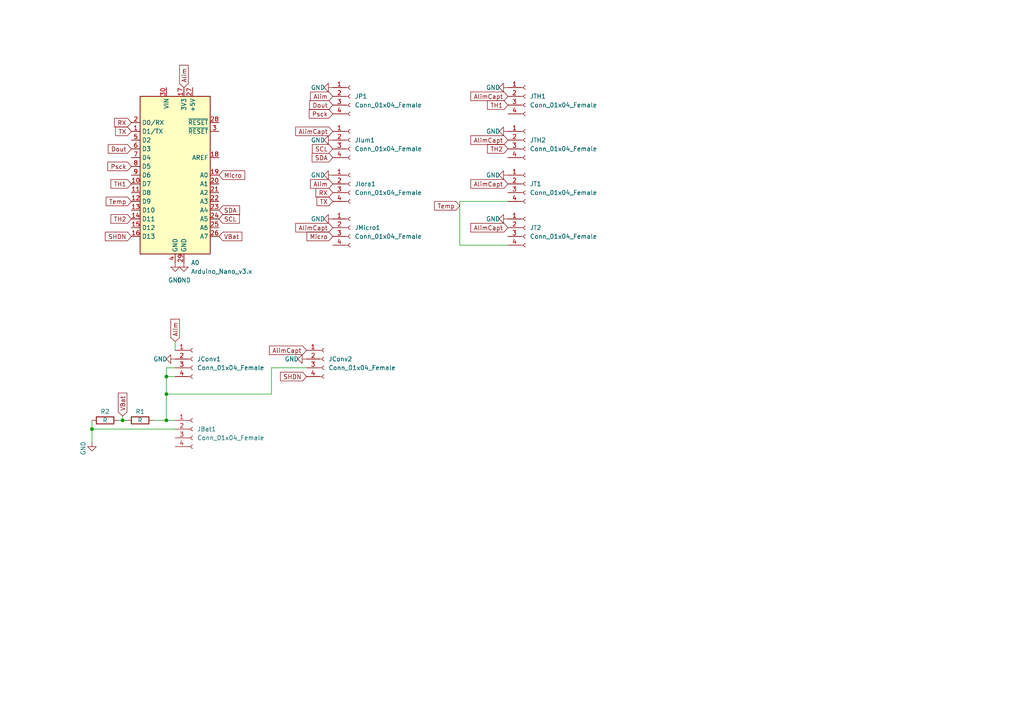
<source format=kicad_sch>
(kicad_sch (version 20211123) (generator eeschema)

  (uuid af7110c0-ce59-480e-ab9f-781da3917bc0)

  (paper "A4")

  (lib_symbols
    (symbol "Connector:Conn_01x04_Female" (pin_names (offset 1.016) hide) (in_bom yes) (on_board yes)
      (property "Reference" "J" (id 0) (at 0 5.08 0)
        (effects (font (size 1.27 1.27)))
      )
      (property "Value" "Conn_01x04_Female" (id 1) (at 0 -7.62 0)
        (effects (font (size 1.27 1.27)))
      )
      (property "Footprint" "" (id 2) (at 0 0 0)
        (effects (font (size 1.27 1.27)) hide)
      )
      (property "Datasheet" "~" (id 3) (at 0 0 0)
        (effects (font (size 1.27 1.27)) hide)
      )
      (property "ki_keywords" "connector" (id 4) (at 0 0 0)
        (effects (font (size 1.27 1.27)) hide)
      )
      (property "ki_description" "Generic connector, single row, 01x04, script generated (kicad-library-utils/schlib/autogen/connector/)" (id 5) (at 0 0 0)
        (effects (font (size 1.27 1.27)) hide)
      )
      (property "ki_fp_filters" "Connector*:*_1x??_*" (id 6) (at 0 0 0)
        (effects (font (size 1.27 1.27)) hide)
      )
      (symbol "Conn_01x04_Female_1_1"
        (arc (start 0 -4.572) (mid -0.508 -5.08) (end 0 -5.588)
          (stroke (width 0.1524) (type default) (color 0 0 0 0))
          (fill (type none))
        )
        (arc (start 0 -2.032) (mid -0.508 -2.54) (end 0 -3.048)
          (stroke (width 0.1524) (type default) (color 0 0 0 0))
          (fill (type none))
        )
        (polyline
          (pts
            (xy -1.27 -5.08)
            (xy -0.508 -5.08)
          )
          (stroke (width 0.1524) (type default) (color 0 0 0 0))
          (fill (type none))
        )
        (polyline
          (pts
            (xy -1.27 -2.54)
            (xy -0.508 -2.54)
          )
          (stroke (width 0.1524) (type default) (color 0 0 0 0))
          (fill (type none))
        )
        (polyline
          (pts
            (xy -1.27 0)
            (xy -0.508 0)
          )
          (stroke (width 0.1524) (type default) (color 0 0 0 0))
          (fill (type none))
        )
        (polyline
          (pts
            (xy -1.27 2.54)
            (xy -0.508 2.54)
          )
          (stroke (width 0.1524) (type default) (color 0 0 0 0))
          (fill (type none))
        )
        (arc (start 0 0.508) (mid -0.508 0) (end 0 -0.508)
          (stroke (width 0.1524) (type default) (color 0 0 0 0))
          (fill (type none))
        )
        (arc (start 0 3.048) (mid -0.508 2.54) (end 0 2.032)
          (stroke (width 0.1524) (type default) (color 0 0 0 0))
          (fill (type none))
        )
        (pin passive line (at -5.08 2.54 0) (length 3.81)
          (name "Pin_1" (effects (font (size 1.27 1.27))))
          (number "1" (effects (font (size 1.27 1.27))))
        )
        (pin passive line (at -5.08 0 0) (length 3.81)
          (name "Pin_2" (effects (font (size 1.27 1.27))))
          (number "2" (effects (font (size 1.27 1.27))))
        )
        (pin passive line (at -5.08 -2.54 0) (length 3.81)
          (name "Pin_3" (effects (font (size 1.27 1.27))))
          (number "3" (effects (font (size 1.27 1.27))))
        )
        (pin passive line (at -5.08 -5.08 0) (length 3.81)
          (name "Pin_4" (effects (font (size 1.27 1.27))))
          (number "4" (effects (font (size 1.27 1.27))))
        )
      )
    )
    (symbol "Device:R" (pin_numbers hide) (pin_names (offset 0)) (in_bom yes) (on_board yes)
      (property "Reference" "R" (id 0) (at 2.032 0 90)
        (effects (font (size 1.27 1.27)))
      )
      (property "Value" "R" (id 1) (at 0 0 90)
        (effects (font (size 1.27 1.27)))
      )
      (property "Footprint" "" (id 2) (at -1.778 0 90)
        (effects (font (size 1.27 1.27)) hide)
      )
      (property "Datasheet" "~" (id 3) (at 0 0 0)
        (effects (font (size 1.27 1.27)) hide)
      )
      (property "ki_keywords" "R res resistor" (id 4) (at 0 0 0)
        (effects (font (size 1.27 1.27)) hide)
      )
      (property "ki_description" "Resistor" (id 5) (at 0 0 0)
        (effects (font (size 1.27 1.27)) hide)
      )
      (property "ki_fp_filters" "R_*" (id 6) (at 0 0 0)
        (effects (font (size 1.27 1.27)) hide)
      )
      (symbol "R_0_1"
        (rectangle (start -1.016 -2.54) (end 1.016 2.54)
          (stroke (width 0.254) (type default) (color 0 0 0 0))
          (fill (type none))
        )
      )
      (symbol "R_1_1"
        (pin passive line (at 0 3.81 270) (length 1.27)
          (name "~" (effects (font (size 1.27 1.27))))
          (number "1" (effects (font (size 1.27 1.27))))
        )
        (pin passive line (at 0 -3.81 90) (length 1.27)
          (name "~" (effects (font (size 1.27 1.27))))
          (number "2" (effects (font (size 1.27 1.27))))
        )
      )
    )
    (symbol "MCU_Module:Arduino_Nano_v3.x" (in_bom yes) (on_board yes)
      (property "Reference" "A" (id 0) (at -10.16 23.495 0)
        (effects (font (size 1.27 1.27)) (justify left bottom))
      )
      (property "Value" "Arduino_Nano_v3.x" (id 1) (at 5.08 -24.13 0)
        (effects (font (size 1.27 1.27)) (justify left top))
      )
      (property "Footprint" "Module:Arduino_Nano" (id 2) (at 0 0 0)
        (effects (font (size 1.27 1.27) italic) hide)
      )
      (property "Datasheet" "http://www.mouser.com/pdfdocs/Gravitech_Arduino_Nano3_0.pdf" (id 3) (at 0 0 0)
        (effects (font (size 1.27 1.27)) hide)
      )
      (property "ki_keywords" "Arduino nano microcontroller module USB" (id 4) (at 0 0 0)
        (effects (font (size 1.27 1.27)) hide)
      )
      (property "ki_description" "Arduino Nano v3.x" (id 5) (at 0 0 0)
        (effects (font (size 1.27 1.27)) hide)
      )
      (property "ki_fp_filters" "Arduino*Nano*" (id 6) (at 0 0 0)
        (effects (font (size 1.27 1.27)) hide)
      )
      (symbol "Arduino_Nano_v3.x_0_1"
        (rectangle (start -10.16 22.86) (end 10.16 -22.86)
          (stroke (width 0.254) (type default) (color 0 0 0 0))
          (fill (type background))
        )
      )
      (symbol "Arduino_Nano_v3.x_1_1"
        (pin bidirectional line (at -12.7 12.7 0) (length 2.54)
          (name "D1/TX" (effects (font (size 1.27 1.27))))
          (number "1" (effects (font (size 1.27 1.27))))
        )
        (pin bidirectional line (at -12.7 -2.54 0) (length 2.54)
          (name "D7" (effects (font (size 1.27 1.27))))
          (number "10" (effects (font (size 1.27 1.27))))
        )
        (pin bidirectional line (at -12.7 -5.08 0) (length 2.54)
          (name "D8" (effects (font (size 1.27 1.27))))
          (number "11" (effects (font (size 1.27 1.27))))
        )
        (pin bidirectional line (at -12.7 -7.62 0) (length 2.54)
          (name "D9" (effects (font (size 1.27 1.27))))
          (number "12" (effects (font (size 1.27 1.27))))
        )
        (pin bidirectional line (at -12.7 -10.16 0) (length 2.54)
          (name "D10" (effects (font (size 1.27 1.27))))
          (number "13" (effects (font (size 1.27 1.27))))
        )
        (pin bidirectional line (at -12.7 -12.7 0) (length 2.54)
          (name "D11" (effects (font (size 1.27 1.27))))
          (number "14" (effects (font (size 1.27 1.27))))
        )
        (pin bidirectional line (at -12.7 -15.24 0) (length 2.54)
          (name "D12" (effects (font (size 1.27 1.27))))
          (number "15" (effects (font (size 1.27 1.27))))
        )
        (pin bidirectional line (at -12.7 -17.78 0) (length 2.54)
          (name "D13" (effects (font (size 1.27 1.27))))
          (number "16" (effects (font (size 1.27 1.27))))
        )
        (pin power_out line (at 2.54 25.4 270) (length 2.54)
          (name "3V3" (effects (font (size 1.27 1.27))))
          (number "17" (effects (font (size 1.27 1.27))))
        )
        (pin input line (at 12.7 5.08 180) (length 2.54)
          (name "AREF" (effects (font (size 1.27 1.27))))
          (number "18" (effects (font (size 1.27 1.27))))
        )
        (pin bidirectional line (at 12.7 0 180) (length 2.54)
          (name "A0" (effects (font (size 1.27 1.27))))
          (number "19" (effects (font (size 1.27 1.27))))
        )
        (pin bidirectional line (at -12.7 15.24 0) (length 2.54)
          (name "D0/RX" (effects (font (size 1.27 1.27))))
          (number "2" (effects (font (size 1.27 1.27))))
        )
        (pin bidirectional line (at 12.7 -2.54 180) (length 2.54)
          (name "A1" (effects (font (size 1.27 1.27))))
          (number "20" (effects (font (size 1.27 1.27))))
        )
        (pin bidirectional line (at 12.7 -5.08 180) (length 2.54)
          (name "A2" (effects (font (size 1.27 1.27))))
          (number "21" (effects (font (size 1.27 1.27))))
        )
        (pin bidirectional line (at 12.7 -7.62 180) (length 2.54)
          (name "A3" (effects (font (size 1.27 1.27))))
          (number "22" (effects (font (size 1.27 1.27))))
        )
        (pin bidirectional line (at 12.7 -10.16 180) (length 2.54)
          (name "A4" (effects (font (size 1.27 1.27))))
          (number "23" (effects (font (size 1.27 1.27))))
        )
        (pin bidirectional line (at 12.7 -12.7 180) (length 2.54)
          (name "A5" (effects (font (size 1.27 1.27))))
          (number "24" (effects (font (size 1.27 1.27))))
        )
        (pin bidirectional line (at 12.7 -15.24 180) (length 2.54)
          (name "A6" (effects (font (size 1.27 1.27))))
          (number "25" (effects (font (size 1.27 1.27))))
        )
        (pin bidirectional line (at 12.7 -17.78 180) (length 2.54)
          (name "A7" (effects (font (size 1.27 1.27))))
          (number "26" (effects (font (size 1.27 1.27))))
        )
        (pin power_out line (at 5.08 25.4 270) (length 2.54)
          (name "+5V" (effects (font (size 1.27 1.27))))
          (number "27" (effects (font (size 1.27 1.27))))
        )
        (pin input line (at 12.7 15.24 180) (length 2.54)
          (name "~{RESET}" (effects (font (size 1.27 1.27))))
          (number "28" (effects (font (size 1.27 1.27))))
        )
        (pin power_in line (at 2.54 -25.4 90) (length 2.54)
          (name "GND" (effects (font (size 1.27 1.27))))
          (number "29" (effects (font (size 1.27 1.27))))
        )
        (pin input line (at 12.7 12.7 180) (length 2.54)
          (name "~{RESET}" (effects (font (size 1.27 1.27))))
          (number "3" (effects (font (size 1.27 1.27))))
        )
        (pin power_in line (at -2.54 25.4 270) (length 2.54)
          (name "VIN" (effects (font (size 1.27 1.27))))
          (number "30" (effects (font (size 1.27 1.27))))
        )
        (pin power_in line (at 0 -25.4 90) (length 2.54)
          (name "GND" (effects (font (size 1.27 1.27))))
          (number "4" (effects (font (size 1.27 1.27))))
        )
        (pin bidirectional line (at -12.7 10.16 0) (length 2.54)
          (name "D2" (effects (font (size 1.27 1.27))))
          (number "5" (effects (font (size 1.27 1.27))))
        )
        (pin bidirectional line (at -12.7 7.62 0) (length 2.54)
          (name "D3" (effects (font (size 1.27 1.27))))
          (number "6" (effects (font (size 1.27 1.27))))
        )
        (pin bidirectional line (at -12.7 5.08 0) (length 2.54)
          (name "D4" (effects (font (size 1.27 1.27))))
          (number "7" (effects (font (size 1.27 1.27))))
        )
        (pin bidirectional line (at -12.7 2.54 0) (length 2.54)
          (name "D5" (effects (font (size 1.27 1.27))))
          (number "8" (effects (font (size 1.27 1.27))))
        )
        (pin bidirectional line (at -12.7 0 0) (length 2.54)
          (name "D6" (effects (font (size 1.27 1.27))))
          (number "9" (effects (font (size 1.27 1.27))))
        )
      )
    )
    (symbol "power:GND" (power) (pin_names (offset 0)) (in_bom yes) (on_board yes)
      (property "Reference" "#PWR" (id 0) (at 0 -6.35 0)
        (effects (font (size 1.27 1.27)) hide)
      )
      (property "Value" "GND" (id 1) (at 0 -3.81 0)
        (effects (font (size 1.27 1.27)))
      )
      (property "Footprint" "" (id 2) (at 0 0 0)
        (effects (font (size 1.27 1.27)) hide)
      )
      (property "Datasheet" "" (id 3) (at 0 0 0)
        (effects (font (size 1.27 1.27)) hide)
      )
      (property "ki_keywords" "power-flag" (id 4) (at 0 0 0)
        (effects (font (size 1.27 1.27)) hide)
      )
      (property "ki_description" "Power symbol creates a global label with name \"GND\" , ground" (id 5) (at 0 0 0)
        (effects (font (size 1.27 1.27)) hide)
      )
      (symbol "GND_0_1"
        (polyline
          (pts
            (xy 0 0)
            (xy 0 -1.27)
            (xy 1.27 -1.27)
            (xy 0 -2.54)
            (xy -1.27 -1.27)
            (xy 0 -1.27)
          )
          (stroke (width 0) (type default) (color 0 0 0 0))
          (fill (type none))
        )
      )
      (symbol "GND_1_1"
        (pin power_in line (at 0 0 270) (length 0) hide
          (name "GND" (effects (font (size 1.27 1.27))))
          (number "1" (effects (font (size 1.27 1.27))))
        )
      )
    )
  )

  (junction (at 48.26 121.92) (diameter 0) (color 0 0 0 0)
    (uuid 0115d74f-7c4b-4e52-a977-cacc4631344a)
  )
  (junction (at 26.67 124.46) (diameter 0) (color 0 0 0 0)
    (uuid 301dab7f-7406-4e9d-a9c5-6edbc2153c5b)
  )
  (junction (at 35.56 121.92) (diameter 0) (color 0 0 0 0)
    (uuid 3d133ae4-027a-4157-9102-218da7212ecd)
  )
  (junction (at 48.26 109.22) (diameter 0) (color 0 0 0 0)
    (uuid 82d45779-8f3f-4ad8-95dd-7a80b6b3a6e1)
  )
  (junction (at 48.26 114.3) (diameter 0) (color 0 0 0 0)
    (uuid 88e94836-7233-40fa-8a2b-71ad3b770076)
  )

  (wire (pts (xy 78.74 106.68) (xy 78.74 114.3))
    (stroke (width 0) (type default) (color 0 0 0 0))
    (uuid 060a3873-093e-45b5-8ab6-e39e622401b8)
  )
  (wire (pts (xy 34.29 121.92) (xy 35.56 121.92))
    (stroke (width 0) (type default) (color 0 0 0 0))
    (uuid 0c9b39ac-1617-43bd-a9f4-447b4c1c30c2)
  )
  (wire (pts (xy 48.26 114.3) (xy 48.26 121.92))
    (stroke (width 0) (type default) (color 0 0 0 0))
    (uuid 10224bd6-0d66-4fa6-8b96-266651105947)
  )
  (wire (pts (xy 26.67 124.46) (xy 26.67 128.27))
    (stroke (width 0) (type default) (color 0 0 0 0))
    (uuid 318edb58-7d62-44b8-8c00-a2b301cffb42)
  )
  (wire (pts (xy 26.67 121.92) (xy 26.67 124.46))
    (stroke (width 0) (type default) (color 0 0 0 0))
    (uuid 4102fb12-1022-41d2-8f8d-6148a2926482)
  )
  (wire (pts (xy 133.35 71.12) (xy 147.32 71.12))
    (stroke (width 0) (type default) (color 0 0 0 0))
    (uuid 5877314f-e6b3-4734-9a45-b10fd6fb8e23)
  )
  (wire (pts (xy 50.8 106.68) (xy 48.26 106.68))
    (stroke (width 0) (type default) (color 0 0 0 0))
    (uuid 5fd995f2-0dc4-4037-9f79-9b387088e79b)
  )
  (wire (pts (xy 48.26 114.3) (xy 78.74 114.3))
    (stroke (width 0) (type default) (color 0 0 0 0))
    (uuid 93d29e29-5a65-4d1e-a3e1-72fb887c3020)
  )
  (wire (pts (xy 133.35 58.42) (xy 133.35 71.12))
    (stroke (width 0) (type default) (color 0 0 0 0))
    (uuid 940d235b-eae4-4608-a45c-e7898c50302d)
  )
  (wire (pts (xy 48.26 109.22) (xy 48.26 114.3))
    (stroke (width 0) (type default) (color 0 0 0 0))
    (uuid 977c6648-8524-4fd7-8493-45e092c909f5)
  )
  (wire (pts (xy 147.32 58.42) (xy 133.35 58.42))
    (stroke (width 0) (type default) (color 0 0 0 0))
    (uuid 990b77aa-cc69-4fbb-9bb5-1b10b598cb90)
  )
  (wire (pts (xy 44.45 121.92) (xy 48.26 121.92))
    (stroke (width 0) (type default) (color 0 0 0 0))
    (uuid 998a2423-7d00-4837-8034-c6d9afffc7f1)
  )
  (wire (pts (xy 26.67 124.46) (xy 50.8 124.46))
    (stroke (width 0) (type default) (color 0 0 0 0))
    (uuid a2db084e-13c5-417e-a458-3378e0bc0edf)
  )
  (wire (pts (xy 35.56 121.92) (xy 36.83 121.92))
    (stroke (width 0) (type default) (color 0 0 0 0))
    (uuid a63998ba-c27e-4fbb-8843-a9dc03c57d6a)
  )
  (wire (pts (xy 48.26 109.22) (xy 50.8 109.22))
    (stroke (width 0) (type default) (color 0 0 0 0))
    (uuid b01184b7-44ca-4eb9-87f9-1c9578e08ff3)
  )
  (wire (pts (xy 88.9 106.68) (xy 78.74 106.68))
    (stroke (width 0) (type default) (color 0 0 0 0))
    (uuid b9e49ca5-1eff-4717-9a5d-5bef5f2a7d9e)
  )
  (wire (pts (xy 50.8 99.06) (xy 50.8 101.6))
    (stroke (width 0) (type default) (color 0 0 0 0))
    (uuid ca465658-d7fc-463f-af57-6700038b4d44)
  )
  (wire (pts (xy 48.26 121.92) (xy 50.8 121.92))
    (stroke (width 0) (type default) (color 0 0 0 0))
    (uuid e615ea28-0837-4fb7-9d5f-5564302824b7)
  )
  (wire (pts (xy 35.56 120.65) (xy 35.56 121.92))
    (stroke (width 0) (type default) (color 0 0 0 0))
    (uuid ecd47cc1-b685-4e5b-a07a-7b5ed454b83e)
  )
  (wire (pts (xy 48.26 106.68) (xy 48.26 109.22))
    (stroke (width 0) (type default) (color 0 0 0 0))
    (uuid ef791dc8-e32f-4d25-83d8-63fdac079c5c)
  )

  (global_label "Micro" (shape input) (at 63.5 50.8 0) (fields_autoplaced)
    (effects (font (size 1.27 1.27)) (justify left))
    (uuid 0da1af0e-a97a-4440-a00d-0791dbd113b3)
    (property "Intersheet References" "${INTERSHEET_REFS}" (id 0) (at 70.9931 50.8794 0)
      (effects (font (size 1.27 1.27)) (justify left) hide)
    )
  )
  (global_label "AlimCapt" (shape input) (at 88.9 101.6 180) (fields_autoplaced)
    (effects (font (size 1.27 1.27)) (justify right))
    (uuid 15196816-0303-4736-82f9-e41023aba963)
    (property "Intersheet References" "${INTERSHEET_REFS}" (id 0) (at 78.1412 101.5206 0)
      (effects (font (size 1.27 1.27)) (justify right) hide)
    )
  )
  (global_label "Micro" (shape input) (at 96.52 68.58 180) (fields_autoplaced)
    (effects (font (size 1.27 1.27)) (justify right))
    (uuid 1d8e33ea-7b3c-4448-8d26-884383fe9357)
    (property "Intersheet References" "${INTERSHEET_REFS}" (id 0) (at 89.0269 68.5006 0)
      (effects (font (size 1.27 1.27)) (justify right) hide)
    )
  )
  (global_label "Temp" (shape input) (at 133.35 59.69 180) (fields_autoplaced)
    (effects (font (size 1.27 1.27)) (justify right))
    (uuid 309dff9c-e79d-4dc1-b41e-8582c9ff4eb8)
    (property "Intersheet References" "${INTERSHEET_REFS}" (id 0) (at 126.0383 59.6106 0)
      (effects (font (size 1.27 1.27)) (justify right) hide)
    )
  )
  (global_label "AlimCapt" (shape input) (at 96.52 66.04 180) (fields_autoplaced)
    (effects (font (size 1.27 1.27)) (justify right))
    (uuid 32a7c6ce-8cb4-4020-8cda-1d4ba9fa64da)
    (property "Intersheet References" "${INTERSHEET_REFS}" (id 0) (at 85.7612 65.9606 0)
      (effects (font (size 1.27 1.27)) (justify right) hide)
    )
  )
  (global_label "SDA" (shape input) (at 63.5 60.96 0) (fields_autoplaced)
    (effects (font (size 1.27 1.27)) (justify left))
    (uuid 37e75b6d-a6fc-4f24-b031-09b30e6c5915)
    (property "Intersheet References" "${INTERSHEET_REFS}" (id 0) (at 69.4812 61.0394 0)
      (effects (font (size 1.27 1.27)) (justify left) hide)
    )
  )
  (global_label "RX" (shape input) (at 96.52 55.88 180) (fields_autoplaced)
    (effects (font (size 1.27 1.27)) (justify right))
    (uuid 4503cd95-f7ae-44c9-8269-2975b597497f)
    (property "Intersheet References" "${INTERSHEET_REFS}" (id 0) (at 91.6274 55.8006 0)
      (effects (font (size 1.27 1.27)) (justify right) hide)
    )
  )
  (global_label "SCL" (shape input) (at 63.5 63.5 0) (fields_autoplaced)
    (effects (font (size 1.27 1.27)) (justify left))
    (uuid 45634eca-2fe3-4dcc-bc0c-e5090542b5e3)
    (property "Intersheet References" "${INTERSHEET_REFS}" (id 0) (at 69.4207 63.5794 0)
      (effects (font (size 1.27 1.27)) (justify left) hide)
    )
  )
  (global_label "TH2" (shape input) (at 147.32 43.18 180) (fields_autoplaced)
    (effects (font (size 1.27 1.27)) (justify right))
    (uuid 4debb809-8b35-4834-90bf-22a654d34d61)
    (property "Intersheet References" "${INTERSHEET_REFS}" (id 0) (at 141.3993 43.1006 0)
      (effects (font (size 1.27 1.27)) (justify right) hide)
    )
  )
  (global_label "Alim" (shape input) (at 53.34 25.4 90) (fields_autoplaced)
    (effects (font (size 1.27 1.27)) (justify left))
    (uuid 5637118f-4c69-4e4e-aab9-757c2641f7a2)
    (property "Intersheet References" "${INTERSHEET_REFS}" (id 0) (at 53.2606 18.935 90)
      (effects (font (size 1.27 1.27)) (justify left) hide)
    )
  )
  (global_label "SCL" (shape input) (at 96.52 43.18 180) (fields_autoplaced)
    (effects (font (size 1.27 1.27)) (justify right))
    (uuid 6f4d9609-054e-4c03-8899-7a57ac334bbf)
    (property "Intersheet References" "${INTERSHEET_REFS}" (id 0) (at 90.5993 43.1006 0)
      (effects (font (size 1.27 1.27)) (justify right) hide)
    )
  )
  (global_label "Alim" (shape input) (at 50.8 99.06 90) (fields_autoplaced)
    (effects (font (size 1.27 1.27)) (justify left))
    (uuid 73e27a3d-ed5b-43b9-a654-86435f2a3478)
    (property "Intersheet References" "${INTERSHEET_REFS}" (id 0) (at 50.7206 92.595 90)
      (effects (font (size 1.27 1.27)) (justify left) hide)
    )
  )
  (global_label "Dout" (shape input) (at 96.52 30.48 180) (fields_autoplaced)
    (effects (font (size 1.27 1.27)) (justify right))
    (uuid 79a22bcd-6078-4ca6-983d-5190f1ab0ea7)
    (property "Intersheet References" "${INTERSHEET_REFS}" (id 0) (at 89.8131 30.4006 0)
      (effects (font (size 1.27 1.27)) (justify right) hide)
    )
  )
  (global_label "TX" (shape input) (at 38.1 38.1 180) (fields_autoplaced)
    (effects (font (size 1.27 1.27)) (justify right))
    (uuid 7c26f7a2-02cd-4326-a636-f31df00a254e)
    (property "Intersheet References" "${INTERSHEET_REFS}" (id 0) (at 33.5098 38.0206 0)
      (effects (font (size 1.27 1.27)) (justify right) hide)
    )
  )
  (global_label "AlimCapt" (shape input) (at 147.32 66.04 180) (fields_autoplaced)
    (effects (font (size 1.27 1.27)) (justify right))
    (uuid 7f7b9ddb-fb69-477e-9c7f-b56cc78efa2f)
    (property "Intersheet References" "${INTERSHEET_REFS}" (id 0) (at 136.5612 65.9606 0)
      (effects (font (size 1.27 1.27)) (justify right) hide)
    )
  )
  (global_label "TH2" (shape input) (at 38.1 63.5 180) (fields_autoplaced)
    (effects (font (size 1.27 1.27)) (justify right))
    (uuid 828a9826-00ea-41ea-b444-a3b1eaecd0a1)
    (property "Intersheet References" "${INTERSHEET_REFS}" (id 0) (at 32.1793 63.4206 0)
      (effects (font (size 1.27 1.27)) (justify right) hide)
    )
  )
  (global_label "Psck" (shape input) (at 38.1 48.26 180) (fields_autoplaced)
    (effects (font (size 1.27 1.27)) (justify right))
    (uuid 86facce1-bf0f-4f31-80a6-98966e1a355f)
    (property "Intersheet References" "${INTERSHEET_REFS}" (id 0) (at 31.2721 48.1806 0)
      (effects (font (size 1.27 1.27)) (justify right) hide)
    )
  )
  (global_label "Alim" (shape input) (at 96.52 53.34 180) (fields_autoplaced)
    (effects (font (size 1.27 1.27)) (justify right))
    (uuid 9071bc18-da4e-48f7-b74c-71ac634b7fe8)
    (property "Intersheet References" "${INTERSHEET_REFS}" (id 0) (at 90.055 53.4194 0)
      (effects (font (size 1.27 1.27)) (justify right) hide)
    )
  )
  (global_label "SDA" (shape input) (at 96.52 45.72 180) (fields_autoplaced)
    (effects (font (size 1.27 1.27)) (justify right))
    (uuid 9088aab0-5bf3-4973-87d1-dcde52d7c019)
    (property "Intersheet References" "${INTERSHEET_REFS}" (id 0) (at 90.5388 45.6406 0)
      (effects (font (size 1.27 1.27)) (justify right) hide)
    )
  )
  (global_label "SHDN" (shape input) (at 88.9 109.22 180) (fields_autoplaced)
    (effects (font (size 1.27 1.27)) (justify right))
    (uuid 9cc6eeda-3506-4dbb-8443-2a2697ac530a)
    (property "Intersheet References" "${INTERSHEET_REFS}" (id 0) (at 81.3464 109.1406 0)
      (effects (font (size 1.27 1.27)) (justify right) hide)
    )
  )
  (global_label "Dout" (shape input) (at 38.1 43.18 180) (fields_autoplaced)
    (effects (font (size 1.27 1.27)) (justify right))
    (uuid a24e4082-a2d0-4864-b852-01a80ab6f703)
    (property "Intersheet References" "${INTERSHEET_REFS}" (id 0) (at 31.3931 43.1006 0)
      (effects (font (size 1.27 1.27)) (justify right) hide)
    )
  )
  (global_label "AlimCapt" (shape input) (at 147.32 27.94 180) (fields_autoplaced)
    (effects (font (size 1.27 1.27)) (justify right))
    (uuid a316f4b7-1be6-4406-a5f3-754d5d037fbd)
    (property "Intersheet References" "${INTERSHEET_REFS}" (id 0) (at 136.5612 27.8606 0)
      (effects (font (size 1.27 1.27)) (justify right) hide)
    )
  )
  (global_label "AlimCapt" (shape input) (at 147.32 40.64 180) (fields_autoplaced)
    (effects (font (size 1.27 1.27)) (justify right))
    (uuid a3709f5d-2df7-4e24-8ddc-670ce7d5ae27)
    (property "Intersheet References" "${INTERSHEET_REFS}" (id 0) (at 136.5612 40.5606 0)
      (effects (font (size 1.27 1.27)) (justify right) hide)
    )
  )
  (global_label "TX" (shape input) (at 96.52 58.42 180) (fields_autoplaced)
    (effects (font (size 1.27 1.27)) (justify right))
    (uuid ab4c5cad-49d3-4036-84c2-fdc1019896ae)
    (property "Intersheet References" "${INTERSHEET_REFS}" (id 0) (at 91.9298 58.3406 0)
      (effects (font (size 1.27 1.27)) (justify right) hide)
    )
  )
  (global_label "AlimCapt" (shape input) (at 147.32 53.34 180) (fields_autoplaced)
    (effects (font (size 1.27 1.27)) (justify right))
    (uuid b0b20ba3-2ecf-43b0-9366-7f734fdb8ba5)
    (property "Intersheet References" "${INTERSHEET_REFS}" (id 0) (at 136.5612 53.2606 0)
      (effects (font (size 1.27 1.27)) (justify right) hide)
    )
  )
  (global_label "RX" (shape input) (at 38.1 35.56 180) (fields_autoplaced)
    (effects (font (size 1.27 1.27)) (justify right))
    (uuid b53391fa-8806-4788-a8a4-8ef83caa69c8)
    (property "Intersheet References" "${INTERSHEET_REFS}" (id 0) (at 33.2074 35.4806 0)
      (effects (font (size 1.27 1.27)) (justify right) hide)
    )
  )
  (global_label "SHDN" (shape input) (at 38.1 68.58 180) (fields_autoplaced)
    (effects (font (size 1.27 1.27)) (justify right))
    (uuid b803c517-e886-4243-a9d1-2e1034bb606e)
    (property "Intersheet References" "${INTERSHEET_REFS}" (id 0) (at 30.5464 68.5006 0)
      (effects (font (size 1.27 1.27)) (justify right) hide)
    )
  )
  (global_label "Temp" (shape input) (at 38.1 58.42 180) (fields_autoplaced)
    (effects (font (size 1.27 1.27)) (justify right))
    (uuid bc5c24bf-e5ab-4e19-bd44-f64b4b421add)
    (property "Intersheet References" "${INTERSHEET_REFS}" (id 0) (at 30.7883 58.3406 0)
      (effects (font (size 1.27 1.27)) (justify right) hide)
    )
  )
  (global_label "Psck" (shape input) (at 96.52 33.02 180) (fields_autoplaced)
    (effects (font (size 1.27 1.27)) (justify right))
    (uuid cd1925d0-da4d-4bf4-ac8d-d3d5fc314a30)
    (property "Intersheet References" "${INTERSHEET_REFS}" (id 0) (at 89.6921 32.9406 0)
      (effects (font (size 1.27 1.27)) (justify right) hide)
    )
  )
  (global_label "VBat" (shape input) (at 63.5 68.58 0) (fields_autoplaced)
    (effects (font (size 1.27 1.27)) (justify left))
    (uuid d3c685d9-633f-4f70-888d-eaddd2ae34e1)
    (property "Intersheet References" "${INTERSHEET_REFS}" (id 0) (at 70.1464 68.6594 0)
      (effects (font (size 1.27 1.27)) (justify left) hide)
    )
  )
  (global_label "TH1" (shape input) (at 147.32 30.48 180) (fields_autoplaced)
    (effects (font (size 1.27 1.27)) (justify right))
    (uuid d58b18b2-9d04-450b-aedc-79fc1cf11209)
    (property "Intersheet References" "${INTERSHEET_REFS}" (id 0) (at 141.3993 30.4006 0)
      (effects (font (size 1.27 1.27)) (justify right) hide)
    )
  )
  (global_label "AlimCapt" (shape input) (at 96.52 38.1 180) (fields_autoplaced)
    (effects (font (size 1.27 1.27)) (justify right))
    (uuid e2f075ce-97c1-4f78-8b02-7a48c21de098)
    (property "Intersheet References" "${INTERSHEET_REFS}" (id 0) (at 85.7612 38.0206 0)
      (effects (font (size 1.27 1.27)) (justify right) hide)
    )
  )
  (global_label "VBat" (shape input) (at 35.56 120.65 90) (fields_autoplaced)
    (effects (font (size 1.27 1.27)) (justify left))
    (uuid e7d3fdfc-5ffe-4918-93cc-d55a438693d4)
    (property "Intersheet References" "${INTERSHEET_REFS}" (id 0) (at 35.6394 114.0036 90)
      (effects (font (size 1.27 1.27)) (justify left) hide)
    )
  )
  (global_label "Alim" (shape input) (at 96.52 27.94 180) (fields_autoplaced)
    (effects (font (size 1.27 1.27)) (justify right))
    (uuid f1db131c-3e0d-4189-9cb8-dfafff04eebd)
    (property "Intersheet References" "${INTERSHEET_REFS}" (id 0) (at 90.055 28.0194 0)
      (effects (font (size 1.27 1.27)) (justify right) hide)
    )
  )
  (global_label "TH1" (shape input) (at 38.1 53.34 180) (fields_autoplaced)
    (effects (font (size 1.27 1.27)) (justify right))
    (uuid fbfccfe1-229a-4577-8a06-2d89464712cf)
    (property "Intersheet References" "${INTERSHEET_REFS}" (id 0) (at 32.1793 53.2606 0)
      (effects (font (size 1.27 1.27)) (justify right) hide)
    )
  )

  (symbol (lib_id "Connector:Conn_01x04_Female") (at 101.6 66.04 0) (unit 1)
    (in_bom yes) (on_board yes) (fields_autoplaced)
    (uuid 05a7646e-0599-42fc-8750-e83a927b320f)
    (property "Reference" "JMicro1" (id 0) (at 102.87 66.0399 0)
      (effects (font (size 1.27 1.27)) (justify left))
    )
    (property "Value" "Conn_01x04_Female" (id 1) (at 102.87 68.5799 0)
      (effects (font (size 1.27 1.27)) (justify left))
    )
    (property "Footprint" "Connector_PinHeader_2.00mm:PinHeader_1x04_P2.00mm_Vertical" (id 2) (at 101.6 66.04 0)
      (effects (font (size 1.27 1.27)) hide)
    )
    (property "Datasheet" "~" (id 3) (at 101.6 66.04 0)
      (effects (font (size 1.27 1.27)) hide)
    )
    (pin "1" (uuid 6ed6767c-ff93-42fd-a90c-8d9f51422136))
    (pin "2" (uuid 640e4144-26ac-46c4-a8d4-b77f19c7037e))
    (pin "3" (uuid b83aacf5-1da5-48ee-a05e-be909275e264))
    (pin "4" (uuid 9e4c8ffc-af10-43dc-9f20-217182335bb3))
  )

  (symbol (lib_id "power:GND") (at 96.52 50.8 270) (unit 1)
    (in_bom yes) (on_board yes)
    (uuid 1a366dfe-2799-4ba0-b3b4-eeb895fabbb9)
    (property "Reference" "#PWR0108" (id 0) (at 90.17 50.8 0)
      (effects (font (size 1.27 1.27)) hide)
    )
    (property "Value" "GND" (id 1) (at 90.17 50.8 90)
      (effects (font (size 1.27 1.27)) (justify left))
    )
    (property "Footprint" "" (id 2) (at 96.52 50.8 0)
      (effects (font (size 1.27 1.27)) hide)
    )
    (property "Datasheet" "" (id 3) (at 96.52 50.8 0)
      (effects (font (size 1.27 1.27)) hide)
    )
    (pin "1" (uuid 5a32551d-0dae-4294-bd73-a8a9c50aac8b))
  )

  (symbol (lib_id "Connector:Conn_01x04_Female") (at 101.6 40.64 0) (unit 1)
    (in_bom yes) (on_board yes) (fields_autoplaced)
    (uuid 26dfa90e-fd85-40ed-a00d-3bba43405d61)
    (property "Reference" "Jlum1" (id 0) (at 102.87 40.6399 0)
      (effects (font (size 1.27 1.27)) (justify left))
    )
    (property "Value" "Conn_01x04_Female" (id 1) (at 102.87 43.1799 0)
      (effects (font (size 1.27 1.27)) (justify left))
    )
    (property "Footprint" "Connector_PinHeader_2.00mm:PinHeader_1x04_P2.00mm_Vertical" (id 2) (at 101.6 40.64 0)
      (effects (font (size 1.27 1.27)) hide)
    )
    (property "Datasheet" "~" (id 3) (at 101.6 40.64 0)
      (effects (font (size 1.27 1.27)) hide)
    )
    (pin "1" (uuid e5461448-7902-453f-ac3d-ef869c103e2a))
    (pin "2" (uuid 296e1ddb-9c88-42d0-b9a7-48e8b596737f))
    (pin "3" (uuid 66eaa9e4-8392-4d8a-b16b-da1c3566089a))
    (pin "4" (uuid 454ab2aa-cbb8-478c-a7d4-de37430e6933))
  )

  (symbol (lib_id "power:GND") (at 147.32 63.5 270) (unit 1)
    (in_bom yes) (on_board yes)
    (uuid 3038f038-ff60-492a-a4f2-c76c58550df0)
    (property "Reference" "#PWR0104" (id 0) (at 140.97 63.5 0)
      (effects (font (size 1.27 1.27)) hide)
    )
    (property "Value" "GND" (id 1) (at 140.97 63.5 90)
      (effects (font (size 1.27 1.27)) (justify left))
    )
    (property "Footprint" "" (id 2) (at 147.32 63.5 0)
      (effects (font (size 1.27 1.27)) hide)
    )
    (property "Datasheet" "" (id 3) (at 147.32 63.5 0)
      (effects (font (size 1.27 1.27)) hide)
    )
    (pin "1" (uuid 33cc533d-ce6f-4725-a406-1468ad6947fd))
  )

  (symbol (lib_id "Device:R") (at 30.48 121.92 90) (unit 1)
    (in_bom yes) (on_board yes)
    (uuid 45a6ec8a-ab44-4e63-ae47-fda1aa34f987)
    (property "Reference" "R2" (id 0) (at 30.48 119.38 90))
    (property "Value" "R" (id 1) (at 30.48 121.92 90))
    (property "Footprint" "Resistor_SMD:R_0603_1608Metric_Pad0.98x0.95mm_HandSolder" (id 2) (at 30.48 123.698 90)
      (effects (font (size 1.27 1.27)) hide)
    )
    (property "Datasheet" "~" (id 3) (at 30.48 121.92 0)
      (effects (font (size 1.27 1.27)) hide)
    )
    (pin "1" (uuid 0bba3994-4700-43c3-99a4-5891af638fff))
    (pin "2" (uuid 0855c978-3fca-4669-8aaf-fce53fe0f407))
  )

  (symbol (lib_id "power:GND") (at 50.8 76.2 0) (unit 1)
    (in_bom yes) (on_board yes) (fields_autoplaced)
    (uuid 4fb67c77-8c78-4fee-990f-c6c765de0ae7)
    (property "Reference" "#PWR0107" (id 0) (at 50.8 82.55 0)
      (effects (font (size 1.27 1.27)) hide)
    )
    (property "Value" "GND" (id 1) (at 50.8 81.28 0))
    (property "Footprint" "" (id 2) (at 50.8 76.2 0)
      (effects (font (size 1.27 1.27)) hide)
    )
    (property "Datasheet" "" (id 3) (at 50.8 76.2 0)
      (effects (font (size 1.27 1.27)) hide)
    )
    (pin "1" (uuid eaaf819d-9c4c-49f5-a5ea-88336d3349c3))
  )

  (symbol (lib_id "power:GND") (at 96.52 25.4 270) (unit 1)
    (in_bom yes) (on_board yes)
    (uuid 5f62431e-ce7f-4129-85ec-26ff2bc6a0d6)
    (property "Reference" "#PWR0109" (id 0) (at 90.17 25.4 0)
      (effects (font (size 1.27 1.27)) hide)
    )
    (property "Value" "GND" (id 1) (at 90.17 25.4 90)
      (effects (font (size 1.27 1.27)) (justify left))
    )
    (property "Footprint" "" (id 2) (at 96.52 25.4 0)
      (effects (font (size 1.27 1.27)) hide)
    )
    (property "Datasheet" "" (id 3) (at 96.52 25.4 0)
      (effects (font (size 1.27 1.27)) hide)
    )
    (pin "1" (uuid d45c8123-e9e4-438e-9c5a-67aa7ae9caaa))
  )

  (symbol (lib_id "power:GND") (at 147.32 50.8 270) (unit 1)
    (in_bom yes) (on_board yes)
    (uuid 621b32b4-ed7e-4b40-905e-032d9649a184)
    (property "Reference" "#PWR0105" (id 0) (at 140.97 50.8 0)
      (effects (font (size 1.27 1.27)) hide)
    )
    (property "Value" "GND" (id 1) (at 140.97 50.8 90)
      (effects (font (size 1.27 1.27)) (justify left))
    )
    (property "Footprint" "" (id 2) (at 147.32 50.8 0)
      (effects (font (size 1.27 1.27)) hide)
    )
    (property "Datasheet" "" (id 3) (at 147.32 50.8 0)
      (effects (font (size 1.27 1.27)) hide)
    )
    (pin "1" (uuid 1ec47395-0ca3-4e28-9285-ce4b1e2162ee))
  )

  (symbol (lib_id "Connector:Conn_01x04_Female") (at 101.6 27.94 0) (unit 1)
    (in_bom yes) (on_board yes) (fields_autoplaced)
    (uuid 67cce458-47aa-4dd9-b853-687b0c03d228)
    (property "Reference" "JP1" (id 0) (at 102.87 27.9399 0)
      (effects (font (size 1.27 1.27)) (justify left))
    )
    (property "Value" "Conn_01x04_Female" (id 1) (at 102.87 30.4799 0)
      (effects (font (size 1.27 1.27)) (justify left))
    )
    (property "Footprint" "Connector_PinHeader_2.00mm:PinHeader_1x04_P2.00mm_Vertical" (id 2) (at 101.6 27.94 0)
      (effects (font (size 1.27 1.27)) hide)
    )
    (property "Datasheet" "~" (id 3) (at 101.6 27.94 0)
      (effects (font (size 1.27 1.27)) hide)
    )
    (pin "1" (uuid 427271eb-0c4c-4dca-a4a0-bc272b794bff))
    (pin "2" (uuid 1f8b92c6-0708-477e-a408-17e8838dd0bc))
    (pin "3" (uuid 222eeaa2-fe5a-4896-8c66-2cc7ed992cbb))
    (pin "4" (uuid a9801351-61a6-46ad-8616-99f22cc1e2dd))
  )

  (symbol (lib_id "Connector:Conn_01x04_Female") (at 152.4 53.34 0) (unit 1)
    (in_bom yes) (on_board yes) (fields_autoplaced)
    (uuid 67fa9dcc-d0f1-4431-8f38-cc2a3527b6cc)
    (property "Reference" "JT1" (id 0) (at 153.67 53.3399 0)
      (effects (font (size 1.27 1.27)) (justify left))
    )
    (property "Value" "Conn_01x04_Female" (id 1) (at 153.67 55.8799 0)
      (effects (font (size 1.27 1.27)) (justify left))
    )
    (property "Footprint" "Connector_PinHeader_2.00mm:PinHeader_1x04_P2.00mm_Vertical" (id 2) (at 152.4 53.34 0)
      (effects (font (size 1.27 1.27)) hide)
    )
    (property "Datasheet" "~" (id 3) (at 152.4 53.34 0)
      (effects (font (size 1.27 1.27)) hide)
    )
    (pin "1" (uuid 844399d9-d275-493b-abb3-69293337892a))
    (pin "2" (uuid 65df3c9f-774a-443d-b004-503c46da22db))
    (pin "3" (uuid 9c0a1e1f-d8fa-46ae-a06d-fcaa0926a691))
    (pin "4" (uuid 7c031666-3501-4133-a670-9661ff9f9ced))
  )

  (symbol (lib_id "Connector:Conn_01x04_Female") (at 152.4 66.04 0) (unit 1)
    (in_bom yes) (on_board yes) (fields_autoplaced)
    (uuid 69e4f786-5dd5-4d0b-ba0f-10f88206a936)
    (property "Reference" "JT2" (id 0) (at 153.67 66.0399 0)
      (effects (font (size 1.27 1.27)) (justify left))
    )
    (property "Value" "Conn_01x04_Female" (id 1) (at 153.67 68.5799 0)
      (effects (font (size 1.27 1.27)) (justify left))
    )
    (property "Footprint" "Connector_PinHeader_2.00mm:PinHeader_1x04_P2.00mm_Vertical" (id 2) (at 152.4 66.04 0)
      (effects (font (size 1.27 1.27)) hide)
    )
    (property "Datasheet" "~" (id 3) (at 152.4 66.04 0)
      (effects (font (size 1.27 1.27)) hide)
    )
    (pin "1" (uuid 7730da95-fc24-40d9-a02a-e3c291e5bed5))
    (pin "2" (uuid e022b03f-4a43-4dd1-9f2a-6d0a094cbdf9))
    (pin "3" (uuid acbbde1f-7aa9-4453-9aef-6fbbc3c1e7e6))
    (pin "4" (uuid 874c322d-d284-4f55-a47c-af4b8abb8cef))
  )

  (symbol (lib_id "Connector:Conn_01x04_Female") (at 55.88 104.14 0) (unit 1)
    (in_bom yes) (on_board yes) (fields_autoplaced)
    (uuid 6abcac8f-32b7-48b4-9b7f-de814c86202a)
    (property "Reference" "JConv1" (id 0) (at 57.15 104.1399 0)
      (effects (font (size 1.27 1.27)) (justify left))
    )
    (property "Value" "Conn_01x04_Female" (id 1) (at 57.15 106.6799 0)
      (effects (font (size 1.27 1.27)) (justify left))
    )
    (property "Footprint" "Connector_PinHeader_2.54mm:PinHeader_1x04_P2.54mm_Vertical" (id 2) (at 55.88 104.14 0)
      (effects (font (size 1.27 1.27)) hide)
    )
    (property "Datasheet" "~" (id 3) (at 55.88 104.14 0)
      (effects (font (size 1.27 1.27)) hide)
    )
    (pin "1" (uuid 3e0b95d5-b41d-472c-8bcf-3a23f8d52f2c))
    (pin "2" (uuid 03602ac1-3f1e-4825-a8c8-7fbca7827954))
    (pin "3" (uuid c9f6a5f9-8275-42d7-9926-db07e038c3d9))
    (pin "4" (uuid 1b86f815-0586-4757-9f56-da62b54a52e5))
  )

  (symbol (lib_id "power:GND") (at 147.32 38.1 270) (unit 1)
    (in_bom yes) (on_board yes)
    (uuid 70412a10-fce3-4eea-b047-bcf88d57e3ea)
    (property "Reference" "#PWR0102" (id 0) (at 140.97 38.1 0)
      (effects (font (size 1.27 1.27)) hide)
    )
    (property "Value" "GND" (id 1) (at 140.97 38.1 90)
      (effects (font (size 1.27 1.27)) (justify left))
    )
    (property "Footprint" "" (id 2) (at 147.32 38.1 0)
      (effects (font (size 1.27 1.27)) hide)
    )
    (property "Datasheet" "" (id 3) (at 147.32 38.1 0)
      (effects (font (size 1.27 1.27)) hide)
    )
    (pin "1" (uuid 0b3c2c91-4d41-42a9-adbb-61b6cb0a01e6))
  )

  (symbol (lib_id "Device:R") (at 40.64 121.92 90) (unit 1)
    (in_bom yes) (on_board yes)
    (uuid 79b09f1c-2cb7-445e-b005-56326712665f)
    (property "Reference" "R1" (id 0) (at 40.64 119.38 90))
    (property "Value" "R" (id 1) (at 40.64 121.92 90))
    (property "Footprint" "Resistor_SMD:R_0603_1608Metric_Pad0.98x0.95mm_HandSolder" (id 2) (at 40.64 123.698 90)
      (effects (font (size 1.27 1.27)) hide)
    )
    (property "Datasheet" "~" (id 3) (at 40.64 121.92 0)
      (effects (font (size 1.27 1.27)) hide)
    )
    (pin "1" (uuid fe39dcc6-a844-4ca7-8c1d-d91cae871eae))
    (pin "2" (uuid a19a510c-0bcd-4d19-b4c3-883fc08deb1a))
  )

  (symbol (lib_id "MCU_Module:Arduino_Nano_v3.x") (at 50.8 50.8 0) (unit 1)
    (in_bom yes) (on_board yes) (fields_autoplaced)
    (uuid 835b925e-6c48-4b64-809f-989f73055bc9)
    (property "Reference" "A0" (id 0) (at 55.3594 76.2 0)
      (effects (font (size 1.27 1.27)) (justify left))
    )
    (property "Value" "Arduino_Nano_v3.x" (id 1) (at 55.3594 78.74 0)
      (effects (font (size 1.27 1.27)) (justify left))
    )
    (property "Footprint" "Module:Arduino_Nano" (id 2) (at 50.8 50.8 0)
      (effects (font (size 1.27 1.27) italic) hide)
    )
    (property "Datasheet" "http://www.mouser.com/pdfdocs/Gravitech_Arduino_Nano3_0.pdf" (id 3) (at 50.8 50.8 0)
      (effects (font (size 1.27 1.27)) hide)
    )
    (pin "1" (uuid cff5e280-ccdd-4f9b-b5eb-fddfe4acba66))
    (pin "10" (uuid 5a26271c-ee70-4c9c-8951-bd2047d0cd46))
    (pin "11" (uuid d1b029cd-efaf-48ef-87e0-2f11a2546e4a))
    (pin "12" (uuid ae61d0b9-3638-47ff-8873-2a2878ebc469))
    (pin "13" (uuid b993cb5a-1d28-4480-9a8e-46937bc52230))
    (pin "14" (uuid d4fa5252-51f5-4645-b693-c8105c211783))
    (pin "15" (uuid 9bd8360c-e2d4-433b-8ca1-1278b0f10646))
    (pin "16" (uuid 2cc96eb4-e2dc-4137-90c8-e7acb8bcf09c))
    (pin "17" (uuid e11ff6b3-25b1-489c-81c5-12ae30febfab))
    (pin "18" (uuid 95ff4583-a27e-4473-b0d2-d12955bca4a1))
    (pin "19" (uuid 536bb71d-a59e-40e7-8fca-a5ae96e6a954))
    (pin "2" (uuid 962e6185-d51b-44cf-8d06-29eb907bd81c))
    (pin "20" (uuid 54bd9931-32f1-4064-8a57-8417244ca1cc))
    (pin "21" (uuid 147d61fa-4133-4c78-adbe-3ae179ccbdf4))
    (pin "22" (uuid 5aea5310-236a-4ff2-acfa-4e5adab0ca9e))
    (pin "23" (uuid 8225ce51-c6f4-47f8-b1f5-57b5923d2fb3))
    (pin "24" (uuid fac0b4cc-199e-466a-8a1f-15fae72028e3))
    (pin "25" (uuid c362b6f5-bd0f-4ea7-96ca-a31db30ca60c))
    (pin "26" (uuid bd3e5801-6f36-4b74-83cd-ad8d68f13b46))
    (pin "27" (uuid 60d53a42-6ede-48f2-b69c-be901592d811))
    (pin "28" (uuid 2ac43820-e796-46e3-a30e-ebfd2288303f))
    (pin "29" (uuid ce0c6e0c-7609-4ae2-a19f-580481ef5cd7))
    (pin "3" (uuid 2f5e347c-9dfc-413e-98f4-af1270e1cbd1))
    (pin "30" (uuid 595bdc12-1da2-493a-ad48-50a2ca81d10b))
    (pin "4" (uuid 3f849e86-4a74-4787-88fe-a3f90d7e5da0))
    (pin "5" (uuid 7e3a6a2a-707e-4425-80cd-dc3af05f64ec))
    (pin "6" (uuid 86a1edc4-5792-4a48-9427-9a4dd659aa89))
    (pin "7" (uuid 1a78a880-f8cb-4569-b8bd-f87e2bc740a9))
    (pin "8" (uuid 70aadd09-ad32-4634-a881-85cb527dbd9f))
    (pin "9" (uuid 213cc183-e25d-4593-bf0d-21da6c0119be))
  )

  (symbol (lib_id "Connector:Conn_01x04_Female") (at 152.4 40.64 0) (unit 1)
    (in_bom yes) (on_board yes) (fields_autoplaced)
    (uuid 83b4a2bc-2795-4b32-bf88-b18a79ecc618)
    (property "Reference" "JTH2" (id 0) (at 153.67 40.6399 0)
      (effects (font (size 1.27 1.27)) (justify left))
    )
    (property "Value" "Conn_01x04_Female" (id 1) (at 153.67 43.1799 0)
      (effects (font (size 1.27 1.27)) (justify left))
    )
    (property "Footprint" "Connector_PinHeader_2.00mm:PinHeader_1x04_P2.00mm_Vertical" (id 2) (at 152.4 40.64 0)
      (effects (font (size 1.27 1.27)) hide)
    )
    (property "Datasheet" "~" (id 3) (at 152.4 40.64 0)
      (effects (font (size 1.27 1.27)) hide)
    )
    (pin "1" (uuid b60da6f5-5b9b-45cc-855a-430fe67fa742))
    (pin "2" (uuid c4115479-7dcc-4fa5-b48e-d8f2924a3217))
    (pin "3" (uuid f23393c8-4d52-4e2f-aa60-37dd50e2d101))
    (pin "4" (uuid 28dee6af-1547-4fd6-8b95-4760bbdc3881))
  )

  (symbol (lib_id "power:GND") (at 96.52 63.5 270) (unit 1)
    (in_bom yes) (on_board yes)
    (uuid 8c47cd5e-c019-4e26-8939-ba361fafe996)
    (property "Reference" "#PWR0111" (id 0) (at 90.17 63.5 0)
      (effects (font (size 1.27 1.27)) hide)
    )
    (property "Value" "GND" (id 1) (at 90.17 63.5 90)
      (effects (font (size 1.27 1.27)) (justify left))
    )
    (property "Footprint" "" (id 2) (at 96.52 63.5 0)
      (effects (font (size 1.27 1.27)) hide)
    )
    (property "Datasheet" "" (id 3) (at 96.52 63.5 0)
      (effects (font (size 1.27 1.27)) hide)
    )
    (pin "1" (uuid 7783822d-2c1c-41e8-9fb3-30aa9e47ca36))
  )

  (symbol (lib_id "Connector:Conn_01x04_Female") (at 101.6 53.34 0) (unit 1)
    (in_bom yes) (on_board yes) (fields_autoplaced)
    (uuid 97dd14b6-46b0-46e4-802f-29feebd885e2)
    (property "Reference" "Jlora1" (id 0) (at 102.87 53.3399 0)
      (effects (font (size 1.27 1.27)) (justify left))
    )
    (property "Value" "Conn_01x04_Female" (id 1) (at 102.87 55.8799 0)
      (effects (font (size 1.27 1.27)) (justify left))
    )
    (property "Footprint" "Connector_PinHeader_2.00mm:PinHeader_1x04_P2.00mm_Vertical" (id 2) (at 101.6 53.34 0)
      (effects (font (size 1.27 1.27)) hide)
    )
    (property "Datasheet" "~" (id 3) (at 101.6 53.34 0)
      (effects (font (size 1.27 1.27)) hide)
    )
    (pin "1" (uuid e801583f-3005-49aa-914c-d95741a0576e))
    (pin "2" (uuid 68162754-58d3-4dbb-b8c9-389796513ba2))
    (pin "3" (uuid 50e1737c-1c51-4a3e-a077-226dcee3e321))
    (pin "4" (uuid 44abb1a5-3efc-476f-b945-9796b30babae))
  )

  (symbol (lib_id "power:GND") (at 88.9 104.14 270) (unit 1)
    (in_bom yes) (on_board yes)
    (uuid b47812f1-838b-47d0-8bd0-688c1adc8ee1)
    (property "Reference" "#PWR0112" (id 0) (at 82.55 104.14 0)
      (effects (font (size 1.27 1.27)) hide)
    )
    (property "Value" "GND" (id 1) (at 82.55 104.14 90)
      (effects (font (size 1.27 1.27)) (justify left))
    )
    (property "Footprint" "" (id 2) (at 88.9 104.14 0)
      (effects (font (size 1.27 1.27)) hide)
    )
    (property "Datasheet" "" (id 3) (at 88.9 104.14 0)
      (effects (font (size 1.27 1.27)) hide)
    )
    (pin "1" (uuid 9835f324-43bc-463f-8ae3-bf578a0e756a))
  )

  (symbol (lib_id "Connector:Conn_01x04_Female") (at 93.98 104.14 0) (unit 1)
    (in_bom yes) (on_board yes) (fields_autoplaced)
    (uuid be5ae754-e9e8-4e28-82c2-2851e45668c9)
    (property "Reference" "JConv2" (id 0) (at 95.25 104.1399 0)
      (effects (font (size 1.27 1.27)) (justify left))
    )
    (property "Value" "Conn_01x04_Female" (id 1) (at 95.25 106.6799 0)
      (effects (font (size 1.27 1.27)) (justify left))
    )
    (property "Footprint" "Connector_PinHeader_2.54mm:PinHeader_1x04_P2.54mm_Vertical" (id 2) (at 93.98 104.14 0)
      (effects (font (size 1.27 1.27)) hide)
    )
    (property "Datasheet" "~" (id 3) (at 93.98 104.14 0)
      (effects (font (size 1.27 1.27)) hide)
    )
    (pin "1" (uuid 5ab8a4f5-a533-4903-9fb1-0f8110fbd8e8))
    (pin "2" (uuid 6765821b-26b7-475b-9fe8-1c452d63193e))
    (pin "3" (uuid 6a79784d-2ea5-4e0b-8186-a87326dc909f))
    (pin "4" (uuid 85f0be19-2e4a-46f4-9b3e-cb60903ae760))
  )

  (symbol (lib_id "power:GND") (at 96.52 40.64 270) (unit 1)
    (in_bom yes) (on_board yes)
    (uuid c71b5bae-9dcb-4aaf-aeb6-d07a234c66c7)
    (property "Reference" "#PWR0110" (id 0) (at 90.17 40.64 0)
      (effects (font (size 1.27 1.27)) hide)
    )
    (property "Value" "GND" (id 1) (at 90.17 40.64 90)
      (effects (font (size 1.27 1.27)) (justify left))
    )
    (property "Footprint" "" (id 2) (at 96.52 40.64 0)
      (effects (font (size 1.27 1.27)) hide)
    )
    (property "Datasheet" "" (id 3) (at 96.52 40.64 0)
      (effects (font (size 1.27 1.27)) hide)
    )
    (pin "1" (uuid ff12fb56-1d2d-491b-9cff-1035190cc205))
  )

  (symbol (lib_id "Connector:Conn_01x04_Female") (at 55.88 124.46 0) (unit 1)
    (in_bom yes) (on_board yes) (fields_autoplaced)
    (uuid d4a2047c-bf04-4b66-919b-c79330d58209)
    (property "Reference" "JBat1" (id 0) (at 57.15 124.4599 0)
      (effects (font (size 1.27 1.27)) (justify left))
    )
    (property "Value" "Conn_01x04_Female" (id 1) (at 57.15 126.9999 0)
      (effects (font (size 1.27 1.27)) (justify left))
    )
    (property "Footprint" "Connector_PinHeader_2.00mm:PinHeader_1x04_P2.00mm_Vertical" (id 2) (at 55.88 124.46 0)
      (effects (font (size 1.27 1.27)) hide)
    )
    (property "Datasheet" "~" (id 3) (at 55.88 124.46 0)
      (effects (font (size 1.27 1.27)) hide)
    )
    (pin "1" (uuid 2fa63f37-cd7b-4ea8-87d4-b076ff828532))
    (pin "2" (uuid d5fc99e6-2416-45b7-8abc-0d5ea8233fbd))
    (pin "3" (uuid 855b7276-414a-4539-9c96-128d6b919dd5))
    (pin "4" (uuid 4a1767f0-b8c3-436c-abdb-19f20da1f760))
  )

  (symbol (lib_id "power:GND") (at 53.34 76.2 0) (unit 1)
    (in_bom yes) (on_board yes) (fields_autoplaced)
    (uuid db502dab-ac51-4277-9702-f7cfa13e5ca6)
    (property "Reference" "#PWR0113" (id 0) (at 53.34 82.55 0)
      (effects (font (size 1.27 1.27)) hide)
    )
    (property "Value" "GND" (id 1) (at 53.34 81.28 0))
    (property "Footprint" "" (id 2) (at 53.34 76.2 0)
      (effects (font (size 1.27 1.27)) hide)
    )
    (property "Datasheet" "" (id 3) (at 53.34 76.2 0)
      (effects (font (size 1.27 1.27)) hide)
    )
    (pin "1" (uuid d8e73ede-be3e-4e86-a019-197ca71cb0d0))
  )

  (symbol (lib_id "power:GND") (at 26.67 128.27 0) (unit 1)
    (in_bom yes) (on_board yes)
    (uuid df565822-7751-4cdf-9459-f29ed5feb135)
    (property "Reference" "#PWR0103" (id 0) (at 26.67 134.62 0)
      (effects (font (size 1.27 1.27)) hide)
    )
    (property "Value" "GND" (id 1) (at 24.13 132.08 90)
      (effects (font (size 1.27 1.27)) (justify left))
    )
    (property "Footprint" "" (id 2) (at 26.67 128.27 0)
      (effects (font (size 1.27 1.27)) hide)
    )
    (property "Datasheet" "" (id 3) (at 26.67 128.27 0)
      (effects (font (size 1.27 1.27)) hide)
    )
    (pin "1" (uuid 9bc5e6d3-fea8-4ba4-b0a0-e778586a007a))
  )

  (symbol (lib_id "power:GND") (at 147.32 25.4 270) (unit 1)
    (in_bom yes) (on_board yes)
    (uuid dffe9492-161e-4d40-998d-a5dbb03109f1)
    (property "Reference" "#PWR0101" (id 0) (at 140.97 25.4 0)
      (effects (font (size 1.27 1.27)) hide)
    )
    (property "Value" "GND" (id 1) (at 140.97 25.4 90)
      (effects (font (size 1.27 1.27)) (justify left))
    )
    (property "Footprint" "" (id 2) (at 147.32 25.4 0)
      (effects (font (size 1.27 1.27)) hide)
    )
    (property "Datasheet" "" (id 3) (at 147.32 25.4 0)
      (effects (font (size 1.27 1.27)) hide)
    )
    (pin "1" (uuid 1f88b031-e788-4ed6-958d-42d4e8b10314))
  )

  (symbol (lib_id "power:GND") (at 50.8 104.14 270) (unit 1)
    (in_bom yes) (on_board yes)
    (uuid e55b85bd-6700-43ea-a2cd-9209877ca135)
    (property "Reference" "#PWR0106" (id 0) (at 44.45 104.14 0)
      (effects (font (size 1.27 1.27)) hide)
    )
    (property "Value" "GND" (id 1) (at 44.45 104.14 90)
      (effects (font (size 1.27 1.27)) (justify left))
    )
    (property "Footprint" "" (id 2) (at 50.8 104.14 0)
      (effects (font (size 1.27 1.27)) hide)
    )
    (property "Datasheet" "" (id 3) (at 50.8 104.14 0)
      (effects (font (size 1.27 1.27)) hide)
    )
    (pin "1" (uuid 565c32e5-2c76-4c53-8152-77d77beb42ba))
  )

  (symbol (lib_id "Connector:Conn_01x04_Female") (at 152.4 27.94 0) (unit 1)
    (in_bom yes) (on_board yes) (fields_autoplaced)
    (uuid eaddfbac-b935-4433-8350-1fa9cd45de7e)
    (property "Reference" "JTH1" (id 0) (at 153.67 27.9399 0)
      (effects (font (size 1.27 1.27)) (justify left))
    )
    (property "Value" "Conn_01x04_Female" (id 1) (at 153.67 30.4799 0)
      (effects (font (size 1.27 1.27)) (justify left))
    )
    (property "Footprint" "Connector_PinHeader_2.00mm:PinHeader_1x04_P2.00mm_Vertical" (id 2) (at 152.4 27.94 0)
      (effects (font (size 1.27 1.27)) hide)
    )
    (property "Datasheet" "~" (id 3) (at 152.4 27.94 0)
      (effects (font (size 1.27 1.27)) hide)
    )
    (pin "1" (uuid da3ddc90-41f8-4b7b-9f80-27459bdb22f2))
    (pin "2" (uuid bfd714a9-b38f-4e0a-85b6-da561cb3e159))
    (pin "3" (uuid 4a4dedb7-0e7d-46a5-acd5-fc89293597fc))
    (pin "4" (uuid 83b87f33-e51d-422f-815e-8f23af298d67))
  )

  (sheet_instances
    (path "/" (page "1"))
  )

  (symbol_instances
    (path "/dffe9492-161e-4d40-998d-a5dbb03109f1"
      (reference "#PWR0101") (unit 1) (value "GND") (footprint "")
    )
    (path "/70412a10-fce3-4eea-b047-bcf88d57e3ea"
      (reference "#PWR0102") (unit 1) (value "GND") (footprint "")
    )
    (path "/df565822-7751-4cdf-9459-f29ed5feb135"
      (reference "#PWR0103") (unit 1) (value "GND") (footprint "")
    )
    (path "/3038f038-ff60-492a-a4f2-c76c58550df0"
      (reference "#PWR0104") (unit 1) (value "GND") (footprint "")
    )
    (path "/621b32b4-ed7e-4b40-905e-032d9649a184"
      (reference "#PWR0105") (unit 1) (value "GND") (footprint "")
    )
    (path "/e55b85bd-6700-43ea-a2cd-9209877ca135"
      (reference "#PWR0106") (unit 1) (value "GND") (footprint "")
    )
    (path "/4fb67c77-8c78-4fee-990f-c6c765de0ae7"
      (reference "#PWR0107") (unit 1) (value "GND") (footprint "")
    )
    (path "/1a366dfe-2799-4ba0-b3b4-eeb895fabbb9"
      (reference "#PWR0108") (unit 1) (value "GND") (footprint "")
    )
    (path "/5f62431e-ce7f-4129-85ec-26ff2bc6a0d6"
      (reference "#PWR0109") (unit 1) (value "GND") (footprint "")
    )
    (path "/c71b5bae-9dcb-4aaf-aeb6-d07a234c66c7"
      (reference "#PWR0110") (unit 1) (value "GND") (footprint "")
    )
    (path "/8c47cd5e-c019-4e26-8939-ba361fafe996"
      (reference "#PWR0111") (unit 1) (value "GND") (footprint "")
    )
    (path "/b47812f1-838b-47d0-8bd0-688c1adc8ee1"
      (reference "#PWR0112") (unit 1) (value "GND") (footprint "")
    )
    (path "/db502dab-ac51-4277-9702-f7cfa13e5ca6"
      (reference "#PWR0113") (unit 1) (value "GND") (footprint "")
    )
    (path "/835b925e-6c48-4b64-809f-989f73055bc9"
      (reference "A0") (unit 1) (value "Arduino_Nano_v3.x") (footprint "Module:Arduino_Nano")
    )
    (path "/d4a2047c-bf04-4b66-919b-c79330d58209"
      (reference "JBat1") (unit 1) (value "Conn_01x04_Female") (footprint "Connector_PinHeader_2.00mm:PinHeader_1x04_P2.00mm_Vertical")
    )
    (path "/6abcac8f-32b7-48b4-9b7f-de814c86202a"
      (reference "JConv1") (unit 1) (value "Conn_01x04_Female") (footprint "Connector_PinHeader_2.54mm:PinHeader_1x04_P2.54mm_Vertical")
    )
    (path "/be5ae754-e9e8-4e28-82c2-2851e45668c9"
      (reference "JConv2") (unit 1) (value "Conn_01x04_Female") (footprint "Connector_PinHeader_2.54mm:PinHeader_1x04_P2.54mm_Vertical")
    )
    (path "/05a7646e-0599-42fc-8750-e83a927b320f"
      (reference "JMicro1") (unit 1) (value "Conn_01x04_Female") (footprint "Connector_PinHeader_2.00mm:PinHeader_1x04_P2.00mm_Vertical")
    )
    (path "/67cce458-47aa-4dd9-b853-687b0c03d228"
      (reference "JP1") (unit 1) (value "Conn_01x04_Female") (footprint "Connector_PinHeader_2.00mm:PinHeader_1x04_P2.00mm_Vertical")
    )
    (path "/67fa9dcc-d0f1-4431-8f38-cc2a3527b6cc"
      (reference "JT1") (unit 1) (value "Conn_01x04_Female") (footprint "Connector_PinHeader_2.00mm:PinHeader_1x04_P2.00mm_Vertical")
    )
    (path "/69e4f786-5dd5-4d0b-ba0f-10f88206a936"
      (reference "JT2") (unit 1) (value "Conn_01x04_Female") (footprint "Connector_PinHeader_2.00mm:PinHeader_1x04_P2.00mm_Vertical")
    )
    (path "/eaddfbac-b935-4433-8350-1fa9cd45de7e"
      (reference "JTH1") (unit 1) (value "Conn_01x04_Female") (footprint "Connector_PinHeader_2.00mm:PinHeader_1x04_P2.00mm_Vertical")
    )
    (path "/83b4a2bc-2795-4b32-bf88-b18a79ecc618"
      (reference "JTH2") (unit 1) (value "Conn_01x04_Female") (footprint "Connector_PinHeader_2.00mm:PinHeader_1x04_P2.00mm_Vertical")
    )
    (path "/97dd14b6-46b0-46e4-802f-29feebd885e2"
      (reference "Jlora1") (unit 1) (value "Conn_01x04_Female") (footprint "Connector_PinHeader_2.00mm:PinHeader_1x04_P2.00mm_Vertical")
    )
    (path "/26dfa90e-fd85-40ed-a00d-3bba43405d61"
      (reference "Jlum1") (unit 1) (value "Conn_01x04_Female") (footprint "Connector_PinHeader_2.00mm:PinHeader_1x04_P2.00mm_Vertical")
    )
    (path "/79b09f1c-2cb7-445e-b005-56326712665f"
      (reference "R1") (unit 1) (value "R") (footprint "Resistor_SMD:R_0603_1608Metric_Pad0.98x0.95mm_HandSolder")
    )
    (path "/45a6ec8a-ab44-4e63-ae47-fda1aa34f987"
      (reference "R2") (unit 1) (value "R") (footprint "Resistor_SMD:R_0603_1608Metric_Pad0.98x0.95mm_HandSolder")
    )
  )
)

</source>
